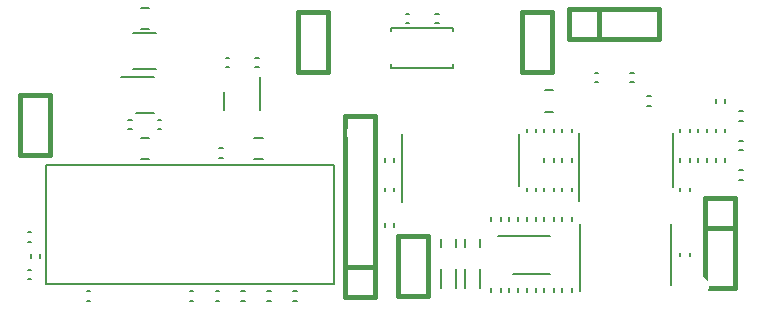
<source format=gto>
G04 (created by PCBNEW (2013-07-07 BZR 4022)-stable) date 2/9/2014 4:03:41 PM*
%MOIN*%
G04 Gerber Fmt 3.4, Leading zero omitted, Abs format*
%FSLAX34Y34*%
G01*
G70*
G90*
G04 APERTURE LIST*
%ADD10C,0.00590551*%
%ADD11C,0.006*%
%ADD12C,0.008*%
%ADD13C,0.015*%
%ADD14R,0.0476378X0.0232283*%
%ADD15R,0.0232283X0.0476378*%
%ADD16R,0.0161417X0.061811*%
%ADD17R,0.0161417X0.057874*%
%ADD18R,0.0559055X0.0185039*%
%ADD19R,0.0393701X0.0374016*%
%ADD20R,0.0244094X0.0244094*%
%ADD21R,0.0708661X0.0787402*%
%ADD22R,0.0452756X0.106299*%
%ADD23R,0.0452756X0.0570866*%
%ADD24R,0.0393701X0.0393701*%
%ADD25R,0.075X0.075*%
%ADD26C,0.075*%
%ADD27R,0.0811024X0.0791339*%
%ADD28C,0.0984252*%
%ADD29C,0.0787402*%
%ADD30C,0.110236*%
%ADD31R,0.165X0.0701*%
%ADD32R,0.165X0.1049*%
G04 APERTURE END LIST*
G54D10*
X4724Y-3740D02*
X4133Y-3740D01*
X4724Y-2559D02*
X3641Y-2559D01*
X7086Y-3641D02*
X7086Y-3051D01*
X8267Y-3641D02*
X8267Y-2559D01*
G54D11*
X13011Y-4448D02*
X13011Y-6712D01*
X16909Y-4448D02*
X16909Y-6181D01*
X22047Y-6220D02*
X22047Y-4409D01*
X18897Y-4409D02*
X18897Y-6692D01*
X16692Y-9094D02*
X17952Y-9094D01*
X17952Y-7834D02*
X16220Y-7834D01*
X14822Y-7933D02*
X14822Y-8208D01*
X14311Y-8208D02*
X14311Y-7933D01*
X15610Y-7933D02*
X15610Y-8208D01*
X15098Y-8208D02*
X15098Y-7933D01*
X17480Y-7224D02*
X17480Y-7342D01*
X17165Y-7342D02*
X17165Y-7224D01*
X18661Y-4271D02*
X18661Y-4389D01*
X18346Y-4389D02*
X18346Y-4271D01*
X22874Y-5374D02*
X22874Y-5255D01*
X23188Y-5255D02*
X23188Y-5374D01*
X4980Y-4291D02*
X4862Y-4291D01*
X4862Y-3976D02*
X4980Y-3976D01*
X22598Y-5255D02*
X22598Y-5374D01*
X22283Y-5374D02*
X22283Y-5255D01*
X12440Y-5374D02*
X12440Y-5255D01*
X12755Y-5255D02*
X12755Y-5374D01*
X15984Y-7342D02*
X15984Y-7224D01*
X16299Y-7224D02*
X16299Y-7342D01*
X16574Y-9704D02*
X16574Y-9586D01*
X16889Y-9586D02*
X16889Y-9704D01*
X18070Y-9586D02*
X18070Y-9704D01*
X17755Y-9704D02*
X17755Y-9586D01*
X8228Y-2224D02*
X8110Y-2224D01*
X8110Y-1909D02*
X8228Y-1909D01*
X7125Y-1909D02*
X7244Y-1909D01*
X7244Y-2224D02*
X7125Y-2224D01*
X18956Y-7440D02*
X18956Y-9665D01*
X21988Y-7440D02*
X21988Y-9488D01*
X14822Y-9586D02*
X14822Y-8937D01*
X14311Y-8937D02*
X14311Y-9586D01*
X15610Y-9586D02*
X15610Y-8937D01*
X15098Y-8937D02*
X15098Y-9586D01*
X4055Y-1082D02*
X4803Y-1082D01*
X4803Y-2263D02*
X4055Y-2263D01*
X20728Y-2716D02*
X20610Y-2716D01*
X20610Y-2401D02*
X20728Y-2401D01*
X19429Y-2401D02*
X19547Y-2401D01*
X19547Y-2716D02*
X19429Y-2716D01*
X531Y-7716D02*
X649Y-7716D01*
X649Y-8031D02*
X531Y-8031D01*
X6043Y-10000D02*
X5925Y-10000D01*
X5925Y-9685D02*
X6043Y-9685D01*
X23464Y-4389D02*
X23464Y-4271D01*
X23779Y-4271D02*
X23779Y-4389D01*
X23464Y-5374D02*
X23464Y-5255D01*
X23779Y-5255D02*
X23779Y-5374D01*
X21299Y-3503D02*
X21181Y-3503D01*
X21181Y-3188D02*
X21299Y-3188D01*
X531Y-8976D02*
X649Y-8976D01*
X649Y-9291D02*
X531Y-9291D01*
X8523Y-9685D02*
X8641Y-9685D01*
X8641Y-10000D02*
X8523Y-10000D01*
X4566Y-4566D02*
X4291Y-4566D01*
X4291Y-5275D02*
X4566Y-5275D01*
X4566Y-236D02*
X4291Y-236D01*
X4291Y-944D02*
X4566Y-944D01*
X8090Y-5275D02*
X8366Y-5275D01*
X8366Y-4566D02*
X8090Y-4566D01*
X12440Y-6358D02*
X12440Y-6240D01*
X12755Y-6240D02*
X12755Y-6358D01*
X14232Y-748D02*
X14114Y-748D01*
X14114Y-433D02*
X14232Y-433D01*
X629Y-8562D02*
X629Y-8444D01*
X944Y-8444D02*
X944Y-8562D01*
X24370Y-5964D02*
X24251Y-5964D01*
X24251Y-5649D02*
X24370Y-5649D01*
X13129Y-433D02*
X13248Y-433D01*
X13248Y-748D02*
X13129Y-748D01*
X3877Y-3976D02*
X3996Y-3976D01*
X3996Y-4291D02*
X3877Y-4291D01*
X16574Y-7342D02*
X16574Y-7224D01*
X16889Y-7224D02*
X16889Y-7342D01*
X18070Y-7224D02*
X18070Y-7342D01*
X17755Y-7342D02*
X17755Y-7224D01*
X15984Y-9704D02*
X15984Y-9586D01*
X16299Y-9586D02*
X16299Y-9704D01*
X17480Y-9586D02*
X17480Y-9704D01*
X17165Y-9704D02*
X17165Y-9586D01*
X18346Y-9704D02*
X18346Y-9586D01*
X18661Y-9586D02*
X18661Y-9704D01*
X17165Y-4389D02*
X17165Y-4271D01*
X17480Y-4271D02*
X17480Y-4389D01*
X6909Y-10000D02*
X6791Y-10000D01*
X6791Y-9685D02*
X6909Y-9685D01*
X7657Y-9685D02*
X7775Y-9685D01*
X7775Y-10000D02*
X7657Y-10000D01*
X7027Y-5236D02*
X6909Y-5236D01*
X6909Y-4921D02*
X7027Y-4921D01*
X17165Y-6358D02*
X17165Y-6240D01*
X17480Y-6240D02*
X17480Y-6358D01*
X18346Y-5374D02*
X18346Y-5255D01*
X18661Y-5255D02*
X18661Y-5374D01*
X17755Y-5374D02*
X17755Y-5255D01*
X18070Y-5255D02*
X18070Y-5374D01*
X17755Y-4389D02*
X17755Y-4271D01*
X18070Y-4271D02*
X18070Y-4389D01*
X18346Y-6358D02*
X18346Y-6240D01*
X18661Y-6240D02*
X18661Y-6358D01*
X2500Y-9685D02*
X2618Y-9685D01*
X2618Y-10000D02*
X2500Y-10000D01*
X17755Y-6358D02*
X17755Y-6240D01*
X18070Y-6240D02*
X18070Y-6358D01*
X22283Y-6358D02*
X22283Y-6240D01*
X22598Y-6240D02*
X22598Y-6358D01*
X23188Y-4271D02*
X23188Y-4389D01*
X22874Y-4389D02*
X22874Y-4271D01*
X22598Y-4271D02*
X22598Y-4389D01*
X22283Y-4389D02*
X22283Y-4271D01*
X23464Y-3405D02*
X23464Y-3287D01*
X23779Y-3287D02*
X23779Y-3405D01*
X24370Y-3996D02*
X24251Y-3996D01*
X24251Y-3681D02*
X24370Y-3681D01*
X24370Y-4980D02*
X24251Y-4980D01*
X24251Y-4665D02*
X24370Y-4665D01*
X9507Y-10000D02*
X9389Y-10000D01*
X9389Y-9685D02*
X9507Y-9685D01*
X22283Y-8523D02*
X22283Y-8405D01*
X22598Y-8405D02*
X22598Y-8523D01*
X18661Y-7224D02*
X18661Y-7342D01*
X18346Y-7342D02*
X18346Y-7224D01*
G54D12*
X10748Y-5472D02*
X10748Y-9448D01*
X10748Y-9448D02*
X1141Y-9448D01*
X1141Y-9448D02*
X1141Y-5472D01*
X1141Y-5472D02*
X10748Y-5472D01*
G54D13*
X12114Y-4889D02*
X12114Y-3826D01*
X11114Y-4889D02*
X11114Y-3826D01*
X11114Y-8889D02*
X12114Y-8889D01*
X11114Y-9889D02*
X12114Y-9889D01*
X12114Y-9889D02*
X12114Y-4889D01*
X12114Y-3826D02*
X11114Y-3826D01*
X11114Y-4889D02*
X11114Y-9889D01*
X18019Y-377D02*
X18019Y-2377D01*
X18019Y-2377D02*
X17019Y-2377D01*
X17019Y-2377D02*
X17019Y-377D01*
X17019Y-377D02*
X18019Y-377D01*
X13885Y-7858D02*
X13885Y-9858D01*
X13885Y-9858D02*
X12885Y-9858D01*
X12885Y-9858D02*
X12885Y-7858D01*
X12885Y-7858D02*
X13885Y-7858D01*
X10539Y-377D02*
X10539Y-2377D01*
X10539Y-2377D02*
X9539Y-2377D01*
X9539Y-2377D02*
X9539Y-377D01*
X9539Y-377D02*
X10539Y-377D01*
X1287Y-3133D02*
X1287Y-5133D01*
X1287Y-5133D02*
X287Y-5133D01*
X287Y-5133D02*
X287Y-3133D01*
X287Y-3133D02*
X1287Y-3133D01*
X19578Y-287D02*
X19578Y-1287D01*
X18578Y-287D02*
X21578Y-287D01*
X21578Y-287D02*
X21578Y-1287D01*
X21578Y-1287D02*
X18578Y-1287D01*
X18578Y-1287D02*
X18578Y-287D01*
X24122Y-7570D02*
X23122Y-7570D01*
X24122Y-6570D02*
X24122Y-9570D01*
X24122Y-9570D02*
X23122Y-9570D01*
X23122Y-9570D02*
X23122Y-6570D01*
X23122Y-6570D02*
X24122Y-6570D01*
G54D11*
X12755Y-7421D02*
X12755Y-7539D01*
X12440Y-7539D02*
X12440Y-7421D01*
G54D12*
X14704Y-2125D02*
X14704Y-2244D01*
X14704Y-2244D02*
X12657Y-2244D01*
X12657Y-2244D02*
X12657Y-2125D01*
X12657Y-1023D02*
X12657Y-905D01*
X12657Y-905D02*
X14704Y-905D01*
X14704Y-905D02*
X14704Y-1023D01*
G54D11*
X18051Y-2992D02*
X17775Y-2992D01*
X17775Y-3700D02*
X18051Y-3700D01*
%LPC*%
G54D14*
X3935Y-2775D03*
X4923Y-2775D03*
X3935Y-3523D03*
X3935Y-3149D03*
X4923Y-3523D03*
X4923Y-3149D03*
G54D15*
X8051Y-2852D03*
X7677Y-3840D03*
X7303Y-2852D03*
G54D16*
X13297Y-6444D03*
X16624Y-6444D03*
X16624Y-4185D03*
X13297Y-4185D03*
X13553Y-6444D03*
X16368Y-6444D03*
X16368Y-4185D03*
X13553Y-4185D03*
X13809Y-6444D03*
X16112Y-6444D03*
X16112Y-4185D03*
X13809Y-4185D03*
X14064Y-6444D03*
X15856Y-6444D03*
X15856Y-4185D03*
X14064Y-4185D03*
X14320Y-6444D03*
X15600Y-6444D03*
X15600Y-4185D03*
X14320Y-4185D03*
X14576Y-6444D03*
X15344Y-6444D03*
X15344Y-4185D03*
X14576Y-4185D03*
X14832Y-6444D03*
X15088Y-6444D03*
X15088Y-4185D03*
X14832Y-4185D03*
G54D17*
X19064Y-6444D03*
X19320Y-6444D03*
X19576Y-6444D03*
X19832Y-6444D03*
X20088Y-6444D03*
X20344Y-6444D03*
X20600Y-6444D03*
X20856Y-6444D03*
X21112Y-6444D03*
X21368Y-6444D03*
X21624Y-6444D03*
X21879Y-6444D03*
X21879Y-4185D03*
X21624Y-4185D03*
X21368Y-4185D03*
X21112Y-4185D03*
X20856Y-4185D03*
X20600Y-4185D03*
X20344Y-4185D03*
X20088Y-4185D03*
X19832Y-4185D03*
X19576Y-4185D03*
X19320Y-4185D03*
X19064Y-4185D03*
G54D18*
X16470Y-8080D03*
X16470Y-8336D03*
X16470Y-8592D03*
X16470Y-8848D03*
X18175Y-8848D03*
X18175Y-8592D03*
X18175Y-8336D03*
X18175Y-8080D03*
G54D19*
X14566Y-8385D03*
X14566Y-7755D03*
X15354Y-8385D03*
X15354Y-7755D03*
G54D20*
X17322Y-7460D03*
X17322Y-7106D03*
X18503Y-4507D03*
X18503Y-4153D03*
X23031Y-5137D03*
X23031Y-5492D03*
X4744Y-4133D03*
X5098Y-4133D03*
X22440Y-5492D03*
X22440Y-5137D03*
X12598Y-5137D03*
X12598Y-5492D03*
X16141Y-7106D03*
X16141Y-7460D03*
X16732Y-9468D03*
X16732Y-9822D03*
X17913Y-9822D03*
X17913Y-9468D03*
X7992Y-2066D03*
X8346Y-2066D03*
X7362Y-2066D03*
X7007Y-2066D03*
G54D21*
X19472Y-9291D03*
X20472Y-9291D03*
X21472Y-9291D03*
X21472Y-7637D03*
X20472Y-7637D03*
X19472Y-7637D03*
G54D19*
X14566Y-9133D03*
X14566Y-9763D03*
X15354Y-9133D03*
X15354Y-9763D03*
G54D22*
X5019Y-1673D03*
X3838Y-1673D03*
G54D20*
X20492Y-2559D03*
X20846Y-2559D03*
X19665Y-2559D03*
X19311Y-2559D03*
X767Y-7874D03*
X413Y-7874D03*
X5807Y-9842D03*
X6161Y-9842D03*
X23622Y-4153D03*
X23622Y-4507D03*
X23622Y-5137D03*
X23622Y-5492D03*
X21062Y-3346D03*
X21417Y-3346D03*
X767Y-9133D03*
X413Y-9133D03*
X8759Y-9842D03*
X8405Y-9842D03*
G54D23*
X4783Y-4921D03*
X4074Y-4921D03*
X4783Y-590D03*
X4074Y-590D03*
X7874Y-4921D03*
X8582Y-4921D03*
G54D20*
X12598Y-6122D03*
X12598Y-6476D03*
X13996Y-590D03*
X14350Y-590D03*
X787Y-8326D03*
X787Y-8681D03*
X24133Y-5807D03*
X24488Y-5807D03*
X13366Y-590D03*
X13011Y-590D03*
X4114Y-4133D03*
X3759Y-4133D03*
X16732Y-7106D03*
X16732Y-7460D03*
X17913Y-7460D03*
X17913Y-7106D03*
X16141Y-9468D03*
X16141Y-9822D03*
X17322Y-9822D03*
X17322Y-9468D03*
X18503Y-9468D03*
X18503Y-9822D03*
X17322Y-4153D03*
X17322Y-4507D03*
X6673Y-9842D03*
X7027Y-9842D03*
X7893Y-9842D03*
X7539Y-9842D03*
X6791Y-5078D03*
X7145Y-5078D03*
X17322Y-6122D03*
X17322Y-6476D03*
X18503Y-5137D03*
X18503Y-5492D03*
X17913Y-5137D03*
X17913Y-5492D03*
X17913Y-4153D03*
X17913Y-4507D03*
X18503Y-6122D03*
X18503Y-6476D03*
X2736Y-9842D03*
X2381Y-9842D03*
X17913Y-6122D03*
X17913Y-6476D03*
X22440Y-6122D03*
X22440Y-6476D03*
X23031Y-4507D03*
X23031Y-4153D03*
X22440Y-4507D03*
X22440Y-4153D03*
X23622Y-3169D03*
X23622Y-3523D03*
X24133Y-3838D03*
X24488Y-3838D03*
X24133Y-4822D03*
X24488Y-4822D03*
X9271Y-9842D03*
X9625Y-9842D03*
X22440Y-8287D03*
X22440Y-8641D03*
X18503Y-7460D03*
X18503Y-7106D03*
G54D24*
X1456Y-9133D03*
X1456Y-8503D03*
X1456Y-7874D03*
X2244Y-9133D03*
X2874Y-9133D03*
X3503Y-9133D03*
X4133Y-9133D03*
X4763Y-9133D03*
X5393Y-9133D03*
X6023Y-9133D03*
X6653Y-9133D03*
X7283Y-9133D03*
X7913Y-9133D03*
X8543Y-9133D03*
X9173Y-9133D03*
X9803Y-9133D03*
X10433Y-9133D03*
X10433Y-8090D03*
X10433Y-7460D03*
X10433Y-6830D03*
X10433Y-5787D03*
X9803Y-5787D03*
X9173Y-5787D03*
X8543Y-5787D03*
X7913Y-5787D03*
X7283Y-5787D03*
X6653Y-5787D03*
X6023Y-5787D03*
X5393Y-5787D03*
X4763Y-5787D03*
X4133Y-5787D03*
X3503Y-5787D03*
X2874Y-5787D03*
X2244Y-5787D03*
X1456Y-5787D03*
X1456Y-6417D03*
G54D25*
X11664Y-9389D03*
G54D26*
X11564Y-8389D03*
X11664Y-7389D03*
X11564Y-6389D03*
X11664Y-5389D03*
X11555Y-4397D03*
G54D25*
X17519Y-877D03*
G54D26*
X17519Y-1877D03*
G54D25*
X13385Y-8358D03*
G54D26*
X13385Y-9358D03*
G54D25*
X10039Y-877D03*
G54D26*
X10039Y-1877D03*
G54D25*
X787Y-3633D03*
G54D26*
X787Y-4633D03*
G54D25*
X19078Y-787D03*
G54D26*
X20078Y-787D03*
X21078Y-787D03*
G54D25*
X23622Y-7070D03*
G54D26*
X23622Y-8070D03*
X23622Y-9070D03*
G54D20*
X12598Y-7657D03*
X12598Y-7303D03*
G54D27*
X12883Y-1574D03*
X14478Y-1574D03*
G54D23*
X18267Y-3346D03*
X17559Y-3346D03*
G54D28*
X9147Y-3346D03*
X6147Y-3346D03*
X25348Y-3346D03*
X22348Y-3346D03*
G54D29*
X1870Y-688D03*
X22834Y-688D03*
X22834Y-9547D03*
G54D30*
X25393Y-787D03*
X787Y-787D03*
G54D31*
X25118Y-8070D03*
G54D32*
X25118Y-9445D03*
X25118Y-6695D03*
X25118Y-9448D03*
X25118Y-6692D03*
M02*

</source>
